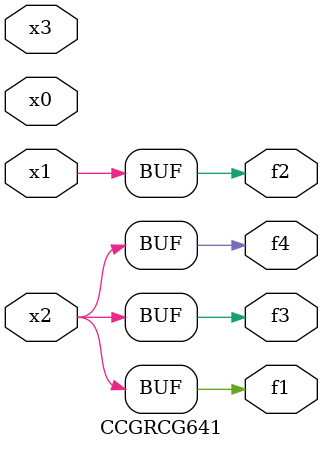
<source format=v>
module CCGRCG641(
	input x0, x1, x2, x3,
	output f1, f2, f3, f4
);
	assign f1 = x2;
	assign f2 = x1;
	assign f3 = x2;
	assign f4 = x2;
endmodule

</source>
